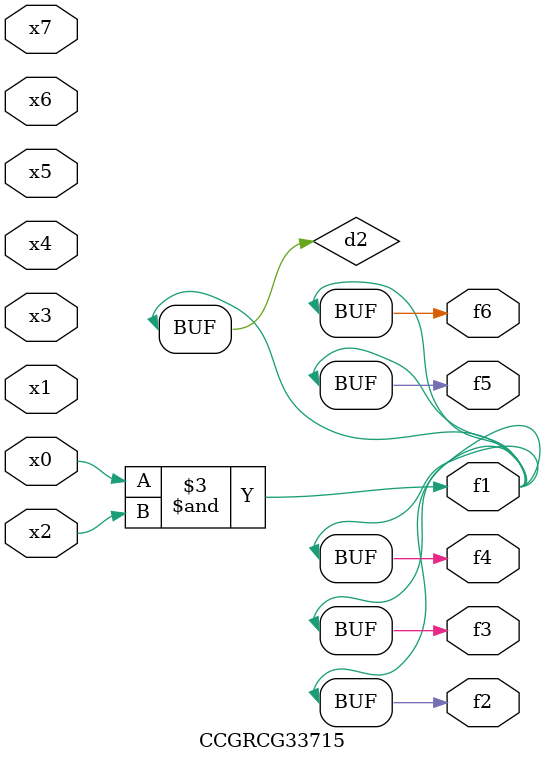
<source format=v>
module CCGRCG33715(
	input x0, x1, x2, x3, x4, x5, x6, x7,
	output f1, f2, f3, f4, f5, f6
);

	wire d1, d2;

	nor (d1, x3, x6);
	and (d2, x0, x2);
	assign f1 = d2;
	assign f2 = d2;
	assign f3 = d2;
	assign f4 = d2;
	assign f5 = d2;
	assign f6 = d2;
endmodule

</source>
